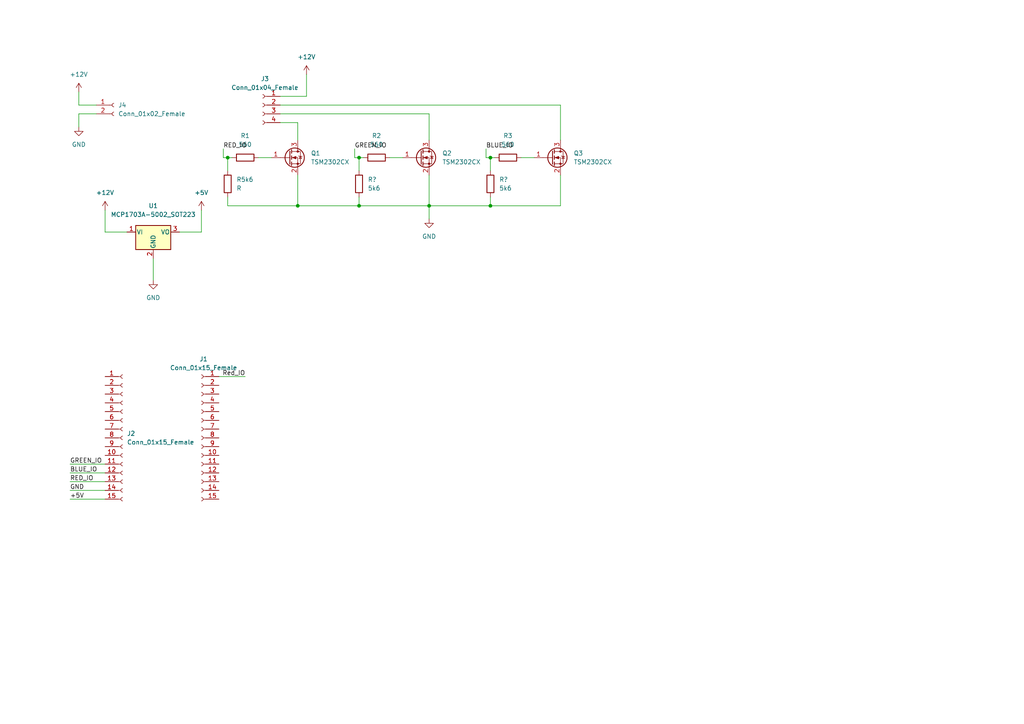
<source format=kicad_sch>
(kicad_sch (version 20211123) (generator eeschema)
  (paper "A4")
  (lib_symbols
    (symbol "Connector:Conn_01x02_Female" (pin_names (offset 1.016) hide)
      (property "Reference" "J" (at 0 2.54 0))
      (property "Value" "Conn_01x02_Female" (at 0 -5.08 0))
      (symbol "Conn_01x02_Female_1_1"
        (arc (start 0 -2.032) (mid -0.508 -2.54) (end 0 -3.048) (stroke (width 0.1524)))
        (polyline (pts (xy -1.27 -2.54) (xy -0.508 -2.54)) (stroke (width 0.1524)))
        (polyline (pts (xy -1.27 0) (xy -0.508 0)) (stroke (width 0.1524)))
        (arc (start 0 0.508) (mid -0.508 0) (end 0 -0.508) (stroke (width 0.1524)))
        (pin passive line (at -5.08 0 0) (length 3.81) (name "Pin_1") (number "1"))
        (pin passive line (at -5.08 -2.54 0) (length 3.81) (name "Pin_2") (number "2"))
      )
    )
    (symbol "Connector:Conn_01x04_Female" (pin_names (offset 1.016) hide)
      (property "Reference" "J" (at 0 5.08 0))
      (property "Value" "Conn_01x04_Female" (at 0 -7.62 0))
      (symbol "Conn_01x04_Female_1_1"
        (arc (start 0 -4.572) (mid -0.508 -5.08) (end 0 -5.588) (stroke (width 0.1524)))
        (arc (start 0 -2.032) (mid -0.508 -2.54) (end 0 -3.048) (stroke (width 0.1524)))
        (polyline (pts (xy -1.27 -5.08) (xy -0.508 -5.08)) (stroke (width 0.1524)))
        (polyline (pts (xy -1.27 -2.54) (xy -0.508 -2.54)) (stroke (width 0.1524)))
        (polyline (pts (xy -1.27 0) (xy -0.508 0)) (stroke (width 0.1524)))
        (polyline (pts (xy -1.27 2.54) (xy -0.508 2.54)) (stroke (width 0.1524)))
        (arc (start 0 0.508) (mid -0.508 0) (end 0 -0.508) (stroke (width 0.1524)))
        (arc (start 0 3.048) (mid -0.508 2.54) (end 0 2.032) (stroke (width 0.1524)))
        (pin passive line (at -5.08 2.54 0) (length 3.81) (name "Pin_1") (number "1"))
        (pin passive line (at -5.08 0 0) (length 3.81) (name "Pin_2") (number "2"))
        (pin passive line (at -5.08 -2.54 0) (length 3.81) (name "Pin_3") (number "3"))
        (pin passive line (at -5.08 -5.08 0) (length 3.81) (name "Pin_4") (number "4"))
      )
    )
    (symbol "Connector:Conn_01x15_Female" (pin_names (offset 1.016) hide)
      (property "Reference" "J" (at 0 20.32 0))
      (property "Value" "Conn_01x15_Female" (at 0 -20.32 0))
      (symbol "Conn_01x15_Female_1_1"
        (arc (start 0 -17.272) (mid -0.508 -17.78) (end 0 -18.288) (stroke (width 0.1524)))
        (arc (start 0 -14.732) (mid -0.508 -15.24) (end 0 -15.748) (stroke (width 0.1524)))
        (arc (start 0 -12.192) (mid -0.508 -12.7) (end 0 -13.208) (stroke (width 0.1524)))
        (arc (start 0 -9.652) (mid -0.508 -10.16) (end 0 -10.668) (stroke (width 0.1524)))
        (arc (start 0 -7.112) (mid -0.508 -7.62) (end 0 -8.128) (stroke (width 0.1524)))
        (arc (start 0 -4.572) (mid -0.508 -5.08) (end 0 -5.588) (stroke (width 0.1524)))
        (arc (start 0 -2.032) (mid -0.508 -2.54) (end 0 -3.048) (stroke (width 0.1524)))
        (polyline (pts (xy -1.27 -17.78) (xy -0.508 -17.78)) (stroke (width 0.1524)))
        (polyline (pts (xy -1.27 -15.24) (xy -0.508 -15.24)) (stroke (width 0.1524)))
        (polyline (pts (xy -1.27 -12.7) (xy -0.508 -12.7)) (stroke (width 0.1524)))
        (polyline (pts (xy -1.27 -10.16) (xy -0.508 -10.16)) (stroke (width 0.1524)))
        (polyline (pts (xy -1.27 -7.62) (xy -0.508 -7.62)) (stroke (width 0.1524)))
        (polyline (pts (xy -1.27 -5.08) (xy -0.508 -5.08)) (stroke (width 0.1524)))
        (polyline (pts (xy -1.27 -2.54) (xy -0.508 -2.54)) (stroke (width 0.1524)))
        (polyline (pts (xy -1.27 0) (xy -0.508 0)) (stroke (width 0.1524)))
        (polyline (pts (xy -1.27 2.54) (xy -0.508 2.54)) (stroke (width 0.1524)))
        (polyline (pts (xy -1.27 5.08) (xy -0.508 5.08)) (stroke (width 0.1524)))
        (polyline (pts (xy -1.27 7.62) (xy -0.508 7.62)) (stroke (width 0.1524)))
        (polyline (pts (xy -1.27 10.16) (xy -0.508 10.16)) (stroke (width 0.1524)))
        (polyline (pts (xy -1.27 12.7) (xy -0.508 12.7)) (stroke (width 0.1524)))
        (polyline (pts (xy -1.27 15.24) (xy -0.508 15.24)) (stroke (width 0.1524)))
        (polyline (pts (xy -1.27 17.78) (xy -0.508 17.78)) (stroke (width 0.1524)))
        (arc (start 0 0.508) (mid -0.508 0) (end 0 -0.508) (stroke (width 0.1524)))
        (arc (start 0 3.048) (mid -0.508 2.54) (end 0 2.032) (stroke (width 0.1524)))
        (arc (start 0 5.588) (mid -0.508 5.08) (end 0 4.572) (stroke (width 0.1524)))
        (arc (start 0 8.128) (mid -0.508 7.62) (end 0 7.112) (stroke (width 0.1524)))
        (arc (start 0 10.668) (mid -0.508 10.16) (end 0 9.652) (stroke (width 0.1524)))
        (arc (start 0 13.208) (mid -0.508 12.7) (end 0 12.192) (stroke (width 0.1524)))
        (arc (start 0 15.748) (mid -0.508 15.24) (end 0 14.732) (stroke (width 0.1524)))
        (arc (start 0 18.288) (mid -0.508 17.78) (end 0 17.272) (stroke (width 0.1524)))
        (pin passive line (at -5.08 17.78 0) (length 3.81) (name "Pin_1") (number "1"))
        (pin passive line (at -5.08 -5.08 0) (length 3.81) (name "Pin_10") (number "10"))
        (pin passive line (at -5.08 -7.62 0) (length 3.81) (name "Pin_11") (number "11"))
        (pin passive line (at -5.08 -10.16 0) (length 3.81) (name "Pin_12") (number "12"))
        (pin passive line (at -5.08 -12.7 0) (length 3.81) (name "Pin_13") (number "13"))
        (pin passive line (at -5.08 -15.24 0) (length 3.81) (name "Pin_14") (number "14"))
        (pin passive line (at -5.08 -17.78 0) (length 3.81) (name "Pin_15") (number "15"))
        (pin passive line (at -5.08 15.24 0) (length 3.81) (name "Pin_2") (number "2"))
        (pin passive line (at -5.08 12.7 0) (length 3.81) (name "Pin_3") (number "3"))
        (pin passive line (at -5.08 10.16 0) (length 3.81) (name "Pin_4") (number "4"))
        (pin passive line (at -5.08 7.62 0) (length 3.81) (name "Pin_5") (number "5"))
        (pin passive line (at -5.08 5.08 0) (length 3.81) (name "Pin_6") (number "6"))
        (pin passive line (at -5.08 2.54 0) (length 3.81) (name "Pin_7") (number "7"))
        (pin passive line (at -5.08 0 0) (length 3.81) (name "Pin_8") (number "8"))
        (pin passive line (at -5.08 -2.54 0) (length 3.81) (name "Pin_9") (number "9"))
      )
    )
    (symbol "Device:R" (pin_numbers hide) (pin_names (offset 0))
      (property "Reference" "R" (at 2.032 0 90))
      (property "Value" "R" (at 0 0 90))
      (symbol "R_0_1"
        (rectangle (start -1.016 -2.54) (end 1.016 2.54) (stroke (width 0.254)))
      )
      (symbol "R_1_1"
        (pin passive line (at 0 3.81 270) (length 1.27) (name "~") (number "1"))
        (pin passive line (at 0 -3.81 90) (length 1.27) (name "~") (number "2"))
      )
    )
    (symbol "Regulator_Linear:MCP1703A-5002_SOT223" (pin_names (offset 0.254))
      (property "Reference" "U" (at -3.81 3.175 0))
      (property "Value" "MCP1703A-5002_SOT223" (at 0 3.175 0))
      (symbol "MCP1703A-5002_SOT223_0_1"
        (rectangle (start -5.08 -5.08) (end 5.08 1.905) (stroke (width 0.254)) (fill (type background)))
      )
      (symbol "MCP1703A-5002_SOT223_1_1"
        (pin power_in line (at -7.62 0 0) (length 2.54) (name "VI") (number "1"))
        (pin power_in line (at 0 -7.62 90) (length 2.54) (name "GND") (number "2"))
        (pin power_out line (at 7.62 0 180) (length 2.54) (name "VO") (number "3"))
      )
    )
    (symbol "Transistor_FET:TSM2302CX" (pin_names hide)
      (property "Reference" "Q" (at 5.08 1.905 0))
      (property "Value" "TSM2302CX" (at 5.08 0 0))
      (symbol "TSM2302CX_0_1"
        (polyline (pts (xy 0.254 0) (xy -2.54 0)))
        (polyline (pts (xy 0.254 1.905) (xy 0.254 -1.905)) (stroke (width 0.254)))
        (polyline (pts (xy 0.762 -1.27) (xy 0.762 -2.286)) (stroke (width 0.254)))
        (polyline (pts (xy 0.762 0.508) (xy 0.762 -0.508)) (stroke (width 0.254)))
        (polyline (pts (xy 0.762 2.286) (xy 0.762 1.27)) (stroke (width 0.254)))
        (polyline (pts (xy 2.54 2.54) (xy 2.54 1.778)))
        (polyline (pts (xy 2.54 -2.54) (xy 2.54 0) (xy 0.762 0)))
        (polyline (pts (xy 0.762 -1.778) (xy 3.302 -1.778) (xy 3.302 1.778) (xy 0.762 1.778)))
        (polyline (pts (xy 1.016 0) (xy 2.032 0.381) (xy 2.032 -0.381) (xy 1.016 0)) (fill (type outline)))
        (polyline (pts (xy 2.794 0.508) (xy 2.921 0.381) (xy 3.683 0.381) (xy 3.81 0.254)))
        (polyline (pts (xy 3.302 0.381) (xy 2.921 -0.254) (xy 3.683 -0.254) (xy 3.302 0.381)))
        (circle (center 1.651 0) (radius 2.794) (stroke (width 0.254)))
        (circle (center 2.54 -1.778) (radius 0.254) (fill (type outline)))
        (circle (center 2.54 1.778) (radius 0.254) (fill (type outline)))
      )
      (symbol "TSM2302CX_1_1"
        (pin input line (at -5.08 0 0) (length 2.54) (name "G") (number "1"))
        (pin passive line (at 2.54 -5.08 90) (length 2.54) (name "S") (number "2"))
        (pin passive line (at 2.54 5.08 270) (length 2.54) (name "D") (number "3"))
      )
    )
    (symbol "power:+12V" (power) (pin_names (offset 0))
      (property "Value" "+12V" (at 0 3.556 0))
      (symbol "+12V_0_1"
        (polyline (pts (xy -0.762 1.27) (xy 0 2.54)))
        (polyline (pts (xy 0 0) (xy 0 2.54)))
        (polyline (pts (xy 0 2.54) (xy 0.762 1.27)))
      )
      (symbol "+12V_1_1"
        (pin power_in line (at 0 0 90) (length 0) hide (name "+12V") (number "1"))
      )
    )
    (symbol "power:+5V" (power) (pin_names (offset 0))
      (property "Value" "+5V" (at 0 3.556 0))
      (symbol "+5V_0_1"
        (polyline (pts (xy -0.762 1.27) (xy 0 2.54)))
        (polyline (pts (xy 0 0) (xy 0 2.54)))
        (polyline (pts (xy 0 2.54) (xy 0.762 1.27)))
      )
      (symbol "+5V_1_1"
        (pin power_in line (at 0 0 90) (length 0) hide (name "+5V") (number "1"))
      )
    )
    (symbol "power:GND" (power) (pin_names (offset 0))
      (property "Value" "GND" (at 0 -3.81 0))
      (symbol "GND_0_1"
        (polyline (pts (xy 0 0) (xy 0 -1.27) (xy 1.27 -1.27) (xy 0 -2.54) (xy -1.27 -1.27) (xy 0 -1.27)))
      )
      (symbol "GND_1_1"
        (pin power_in line (at 0 0 270) (length 0) hide (name "GND") (number "1"))
      )
    )
  )
  (junction (at 66.04 45.72))
  (junction (at 86.36 59.69))
  (junction (at 142.24 59.69))
  (junction (at 104.14 59.69))
  (junction (at 124.46 59.69))
  (junction (at 142.24 45.72))
  (junction (at 104.14 45.72))
  (wire (pts (xy 81.28 33.02) (xy 124.46 33.02)))
  (wire (pts (xy 124.46 59.69) (xy 124.46 63.5)))
  (wire (pts (xy 102.87 45.72) (xy 104.14 45.72)))
  (wire (pts (xy 64.77 43.18) (xy 64.77 45.72)))
  (wire (pts (xy 66.04 59.69) (xy 86.36 59.69)))
  (wire (pts (xy 20.32 134.62) (xy 30.48 134.62)))
  (wire (pts (xy 66.04 57.15) (xy 66.04 59.69)))
  (wire (pts (xy 104.14 57.15) (xy 104.14 59.69)))
  (wire (pts (xy 86.36 35.56) (xy 86.36 40.64)))
  (wire (pts (xy 124.46 33.02) (xy 124.46 40.64)))
  (wire (pts (xy 44.45 74.93) (xy 44.45 81.28)))
  (wire (pts (xy 81.28 30.48) (xy 162.56 30.48)))
  (wire (pts (xy 162.56 50.8) (xy 162.56 59.69)))
  (wire (pts (xy 142.24 45.72) (xy 142.24 49.53)))
  (wire (pts (xy 20.32 144.78) (xy 30.48 144.78)))
  (wire (pts (xy 124.46 50.8) (xy 124.46 59.69)))
  (wire (pts (xy 63.5 109.22) (xy 71.12 109.22)))
  (wire (pts (xy 113.03 45.72) (xy 116.84 45.72)))
  (wire (pts (xy 52.07 67.31) (xy 58.42 67.31)))
  (wire (pts (xy 81.28 27.94) (xy 88.9 27.94)))
  (wire (pts (xy 140.97 45.72) (xy 142.24 45.72)))
  (wire (pts (xy 20.32 142.24) (xy 30.48 142.24)))
  (wire (pts (xy 22.86 30.48) (xy 27.94 30.48)))
  (wire (pts (xy 142.24 45.72) (xy 143.51 45.72)))
  (wire (pts (xy 104.14 59.69) (xy 86.36 59.69)))
  (wire (pts (xy 81.28 35.56) (xy 86.36 35.56)))
  (wire (pts (xy 36.83 67.31) (xy 30.48 67.31)))
  (wire (pts (xy 22.86 33.02) (xy 22.86 36.83)))
  (wire (pts (xy 142.24 59.69) (xy 124.46 59.69)))
  (wire (pts (xy 66.04 45.72) (xy 67.31 45.72)))
  (wire (pts (xy 20.32 139.7) (xy 30.48 139.7)))
  (wire (pts (xy 86.36 50.8) (xy 86.36 59.69)))
  (wire (pts (xy 27.94 33.02) (xy 22.86 33.02)))
  (wire (pts (xy 162.56 59.69) (xy 142.24 59.69)))
  (wire (pts (xy 22.86 26.67) (xy 22.86 30.48)))
  (wire (pts (xy 162.56 30.48) (xy 162.56 40.64)))
  (wire (pts (xy 88.9 27.94) (xy 88.9 21.59)))
  (wire (pts (xy 104.14 45.72) (xy 104.14 49.53)))
  (wire (pts (xy 151.13 45.72) (xy 154.94 45.72)))
  (wire (pts (xy 30.48 67.31) (xy 30.48 60.96)))
  (wire (pts (xy 20.32 137.16) (xy 30.48 137.16)))
  (wire (pts (xy 102.87 43.18) (xy 102.87 45.72)))
  (wire (pts (xy 74.93 45.72) (xy 78.74 45.72)))
  (wire (pts (xy 140.97 43.18) (xy 140.97 45.72)))
  (wire (pts (xy 58.42 67.31) (xy 58.42 60.96)))
  (wire (pts (xy 64.77 45.72) (xy 66.04 45.72)))
  (wire (pts (xy 66.04 45.72) (xy 66.04 49.53)))
  (wire (pts (xy 142.24 57.15) (xy 142.24 59.69)))
  (wire (pts (xy 104.14 59.69) (xy 124.46 59.69)))
  (wire (pts (xy 104.14 45.72) (xy 105.41 45.72)))
  (label "GREEN_IO" (at 20.32 134.62 0))
  (label "GND" (at 20.32 142.24 0))
  (label "Red_IO" (at 71.12 109.22 180))
  (label "+5V" (at 20.32 144.78 0))
  (label "RED_IO" (at 64.77 43.18 0))
  (label "GREEN_IO" (at 102.87 43.18 0))
  (label "BLUE_IO" (at 20.32 137.16 0))
  (label "BLUE_IO" (at 140.97 43.18 0))
  (label "RED_IO" (at 20.32 139.7 0))
  (symbol (lib_id "power:GND") (at 124.46 63.5 0) (unit 1)
    (property "Reference" "#PWR0103" (effects hide))
    (property "Value" "GND" (at 124.46 68.58 0))
  )
  (symbol (lib_id "Regulator_Linear:MCP1703A-5002_SOT223") (at 44.45 67.31 0) (unit 1)
    (property "Reference" "U1" (at 44.45 59.69 0))
    (property "Value" "MCP1703A-5002_SOT223" (at 44.45 62.23 0))
    (property "Footprint" "Package_TO_SOT_SMD:SOT-223-3_TabPin2" (effects hide))
    (property "Datasheet" "http://ww1.microchip.com/downloads/en/DeviceDoc/20005122B.pdf" (effects hide))
  )
  (symbol (lib_id "power:+12V") (at 22.86 26.67 0) (unit 1)
    (property "Reference" "#PWR0102" (effects hide))
    (property "Value" "+12V" (at 22.86 21.59 0))
  )
  (symbol (lib_id "power:+12V") (at 30.48 60.96 0) (unit 1)
    (property "Reference" "#PWR0106" (effects hide))
    (property "Value" "+12V" (at 30.48 55.88 0))
  )
  (symbol (lib_id "power:+12V") (at 88.9 21.59 0) (unit 1)
    (property "Reference" "#PWR0104" (effects hide))
    (property "Value" "+12V" (at 88.9 16.51 0))
  )
  (symbol (lib_id "power:GND") (at 44.45 81.28 0) (unit 1)
    (property "Reference" "#PWR0101" (effects hide))
    (property "Value" "GND" (at 44.45 86.36 0))
  )
  (symbol (lib_id "Device:R") (at 147.32 45.72 90) (unit 1)
    (property "Reference" "R3" (at 147.32 39.37 90))
    (property "Value" "560" (at 147.32 41.91 90))
    (property "Footprint" "Resistor_SMD:R_0805_2012Metric" (effects hide))
  )
  (symbol (lib_id "Transistor_FET:TSM2302CX") (at 121.92 45.72 0) (unit 1)
    (property "Reference" "Q2" (at 128.27 44.4499 0) (effects (justify left)))
    (property "Value" "TSM2302CX" (at 128.27 46.9899 0) (effects (justify left)))
    (property "Footprint" "Package_TO_SOT_SMD:SOT-23" (effects hide))
    (property "Datasheet" "https://www.taiwansemi.com/products/datasheet/TSM2302CX_E1608.pdf" (effects hide))
  )
  (symbol (lib_id "Connector:Conn_01x04_Female") (at 76.2 30.48 0) (mirror y) (unit 1)
    (property "Reference" "J3" (at 76.835 22.86 0))
    (property "Value" "Conn_01x04_Female" (at 76.835 25.4 0))
    (property "Footprint" "Connector_PinHeader_1.27mm:PinHeader_1x03_P1.27mm_Vertical" (effects hide))
  )
  (symbol (lib_id "Connector:Conn_01x15_Female") (at 35.56 127 0) (unit 1)
    (property "Reference" "J2" (at 36.83 125.7299 0) (effects (justify left)))
    (property "Value" "Conn_01x15_Female" (at 36.83 128.2699 0) (effects (justify left)))
    (property "Footprint" "Connector_PinSocket_2.54mm:PinSocket_1x15_P2.54mm_Vertical" (effects hide))
  )
  (symbol (lib_id "Device:R") (at 71.12 45.72 90) (unit 1)
    (property "Reference" "R1" (at 71.12 39.37 90))
    (property "Value" "560" (at 71.12 41.91 90))
    (property "Footprint" "Resistor_SMD:R_0805_2012Metric" (effects hide))
  )
  (symbol (lib_id "Transistor_FET:TSM2302CX") (at 83.82 45.72 0) (unit 1)
    (property "Reference" "Q1" (at 90.17 44.4499 0) (effects (justify left)))
    (property "Value" "TSM2302CX" (at 90.17 46.9899 0) (effects (justify left)))
    (property "Footprint" "Package_TO_SOT_SMD:SOT-23" (effects hide))
    (property "Datasheet" "https://www.taiwansemi.com/products/datasheet/TSM2302CX_E1608.pdf" (effects hide))
  )
  (symbol (lib_id "power:GND") (at 22.86 36.83 0) (unit 1)
    (property "Reference" "#PWR0105" (effects hide))
    (property "Value" "GND" (at 22.86 41.91 0))
  )
  (symbol (lib_id "Device:R") (at 66.04 53.34 0) (unit 1)
    (property "Reference" "R5k6" (at 68.58 52.0699 0) (effects (justify left)))
    (property "Value" "R" (at 68.58 54.6099 0) (effects (justify left)))
    (property "Footprint" "Resistor_SMD:R_0805_2012Metric" (effects hide))
  )
  (symbol (lib_id "Transistor_FET:TSM2302CX") (at 160.02 45.72 0) (unit 1)
    (property "Reference" "Q3" (at 166.37 44.4499 0) (effects (justify left)))
    (property "Value" "TSM2302CX" (at 166.37 46.9899 0) (effects (justify left)))
    (property "Footprint" "Package_TO_SOT_SMD:SOT-23" (effects hide))
    (property "Datasheet" "https://www.taiwansemi.com/products/datasheet/TSM2302CX_E1608.pdf" (effects hide))
  )
  (symbol (lib_id "Connector:Conn_01x15_Female") (at 58.42 127 0) (mirror y) (unit 1)
    (property "Reference" "J1" (at 59.055 104.14 0))
    (property "Value" "Conn_01x15_Female" (at 59.055 106.68 0))
    (property "Footprint" "Connector_PinSocket_2.54mm:PinSocket_1x15_P2.54mm_Vertical" (effects hide))
  )
  (symbol (lib_id "Device:R") (at 104.14 53.34 0) (unit 1)
    (property "Reference" "R?" (at 106.68 52.0699 0) (effects (justify left)))
    (property "Value" "5k6" (at 106.68 54.6099 0) (effects (justify left)))
    (property "Footprint" "Resistor_SMD:R_0805_2012Metric" (effects hide))
  )
  (symbol (lib_id "power:+5V") (at 58.42 60.96 0) (unit 1)
    (property "Reference" "#PWR0107" (effects hide))
    (property "Value" "+5V" (at 58.42 55.88 0))
  )
  (symbol (lib_id "Device:R") (at 109.22 45.72 90) (unit 1)
    (property "Reference" "R2" (at 109.22 39.37 90))
    (property "Value" "560" (at 109.22 41.91 90))
    (property "Footprint" "Resistor_SMD:R_0805_2012Metric" (effects hide))
  )
  (symbol (lib_id "Device:R") (at 142.24 53.34 0) (unit 1)
    (property "Reference" "R?" (at 144.78 52.0699 0) (effects (justify left)))
    (property "Value" "5k6" (at 144.78 54.6099 0) (effects (justify left)))
    (property "Footprint" "Resistor_SMD:R_0805_2012Metric" (effects hide))
  )
  (symbol (lib_id "Connector:Conn_01x02_Female") (at 33.02 30.48 0) (unit 1)
    (property "Reference" "J4" (at 34.29 30.4799 0) (effects (justify left)))
    (property "Value" "Conn_01x02_Female" (at 34.29 33.0199 0) (effects (justify left)))
  )
)
</source>
